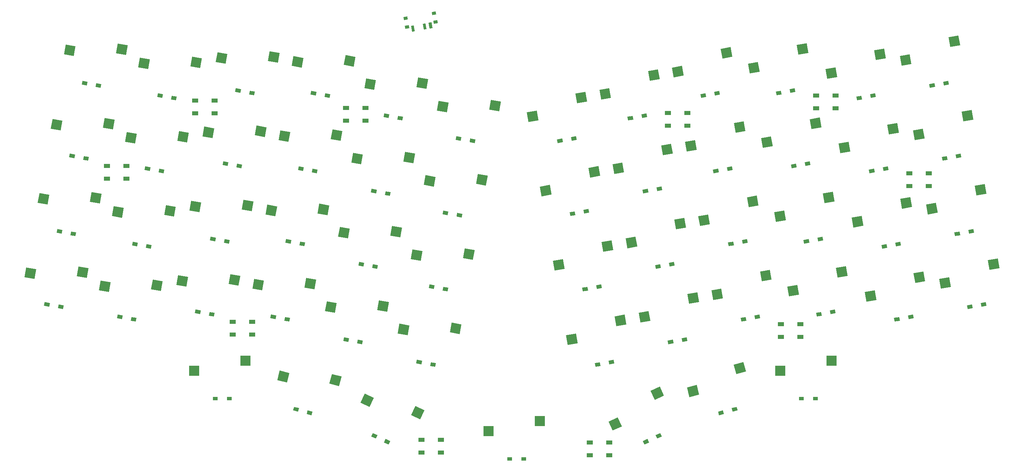
<source format=gbp>
%TF.GenerationSoftware,KiCad,Pcbnew,(5.1.12)-1*%
%TF.CreationDate,2022-03-16T07:25:32-05:00*%
%TF.ProjectId,keyboard_CarrasTech,6b657962-6f61-4726-945f-436172726173,rev?*%
%TF.SameCoordinates,Original*%
%TF.FileFunction,Paste,Bot*%
%TF.FilePolarity,Positive*%
%FSLAX46Y46*%
G04 Gerber Fmt 4.6, Leading zero omitted, Abs format (unit mm)*
G04 Created by KiCad (PCBNEW (5.1.12)-1) date 2022-03-16 07:25:32*
%MOMM*%
%LPD*%
G01*
G04 APERTURE LIST*
%ADD10C,0.100000*%
%ADD11R,2.550000X2.500000*%
%ADD12R,1.500000X1.000000*%
%ADD13R,1.300000X0.950000*%
G04 APERTURE END LIST*
D10*
G36*
X121149452Y-31092713D02*
G01*
X121010534Y-30304867D01*
X121995342Y-30131219D01*
X122134260Y-30919065D01*
X121149452Y-31092713D01*
G37*
G36*
X128338549Y-29825081D02*
G01*
X128199631Y-29037235D01*
X129184439Y-28863587D01*
X129323357Y-29651433D01*
X128338549Y-29825081D01*
G37*
G36*
X127954786Y-27648656D02*
G01*
X127815868Y-26860810D01*
X128800676Y-26687162D01*
X128939594Y-27475008D01*
X127954786Y-27648656D01*
G37*
G36*
X120765690Y-28916288D02*
G01*
X120626772Y-28128442D01*
X121611580Y-27954794D01*
X121750498Y-28742640D01*
X120765690Y-28916288D01*
G37*
G36*
X127281187Y-31026950D02*
G01*
X127020715Y-29549738D01*
X127710081Y-29428184D01*
X127970553Y-30905396D01*
X127281187Y-31026950D01*
G37*
G36*
X125803976Y-31287422D02*
G01*
X125543504Y-29810210D01*
X126232870Y-29688656D01*
X126493342Y-31165868D01*
X125803976Y-31287422D01*
G37*
G36*
X122849552Y-31808366D02*
G01*
X122589080Y-30331154D01*
X123278446Y-30209600D01*
X123538918Y-31686812D01*
X122849552Y-31808366D01*
G37*
G36*
X28299017Y-75044568D02*
G01*
X28733137Y-72582549D01*
X31244397Y-73025352D01*
X30810277Y-75487371D01*
X28299017Y-75044568D01*
G37*
G36*
X41470694Y-74787906D02*
G01*
X41904814Y-72325887D01*
X44416074Y-72768690D01*
X43981954Y-75230709D01*
X41470694Y-74787906D01*
G37*
G36*
X53675600Y-40831390D02*
G01*
X54109720Y-38369371D01*
X56620980Y-38812174D01*
X56186860Y-41274193D01*
X53675600Y-40831390D01*
G37*
G36*
X66847277Y-40574728D02*
G01*
X67281397Y-38112709D01*
X69792657Y-38555512D01*
X69358537Y-41017531D01*
X66847277Y-40574728D01*
G37*
D11*
X142140000Y-132715000D03*
X155067000Y-130175000D03*
D12*
X187415000Y-55575000D03*
X187415000Y-52375000D03*
X192315000Y-55575000D03*
X192315000Y-52375000D03*
X224880000Y-51130000D03*
X224880000Y-47930000D03*
X229780000Y-51130000D03*
X229780000Y-47930000D03*
X215990000Y-108915000D03*
X215990000Y-105715000D03*
X220890000Y-108915000D03*
X220890000Y-105715000D03*
X77560000Y-108280000D03*
X77560000Y-105080000D03*
X82460000Y-108280000D03*
X82460000Y-105080000D03*
X68035000Y-52400000D03*
X68035000Y-49200000D03*
X72935000Y-52400000D03*
X72935000Y-49200000D03*
X248375000Y-70815000D03*
X248375000Y-67615000D03*
X253275000Y-70815000D03*
X253275000Y-67615000D03*
X167730000Y-138760000D03*
X167730000Y-135560000D03*
X172630000Y-138760000D03*
X172630000Y-135560000D03*
X125185000Y-138125000D03*
X125185000Y-134925000D03*
X130085000Y-138125000D03*
X130085000Y-134925000D03*
X45810000Y-68910000D03*
X45810000Y-65710000D03*
X50710000Y-68910000D03*
X50710000Y-65710000D03*
X106135000Y-54305000D03*
X106135000Y-51105000D03*
X111035000Y-54305000D03*
X111035000Y-51105000D03*
D10*
G36*
X162142642Y-110909624D02*
G01*
X161708522Y-108447605D01*
X164219782Y-108004802D01*
X164653902Y-110466821D01*
X162142642Y-110909624D01*
G37*
G36*
X174432185Y-106163462D02*
G01*
X173998065Y-103701443D01*
X176509325Y-103258640D01*
X176943445Y-105720659D01*
X174432185Y-106163462D01*
G37*
G36*
X180490815Y-105262708D02*
G01*
X180056695Y-102800689D01*
X182567955Y-102357886D01*
X183002075Y-104819905D01*
X180490815Y-105262708D01*
G37*
G36*
X192780358Y-100516546D02*
G01*
X192346238Y-98054527D01*
X194857498Y-97611724D01*
X195291618Y-100073743D01*
X192780358Y-100516546D01*
G37*
G36*
X198838989Y-99615792D02*
G01*
X198404869Y-97153773D01*
X200916129Y-96710970D01*
X201350249Y-99172989D01*
X198838989Y-99615792D01*
G37*
G36*
X211128532Y-94869630D02*
G01*
X210694412Y-92407611D01*
X213205672Y-91964808D01*
X213639792Y-94426827D01*
X211128532Y-94869630D01*
G37*
G36*
X218011991Y-98646713D02*
G01*
X217577871Y-96184694D01*
X220089131Y-95741891D01*
X220523251Y-98203910D01*
X218011991Y-98646713D01*
G37*
G36*
X230301534Y-93900551D02*
G01*
X229867414Y-91438532D01*
X232378674Y-90995729D01*
X232812794Y-93457748D01*
X230301534Y-93900551D01*
G37*
G36*
X237597407Y-100016552D02*
G01*
X237163287Y-97554533D01*
X239674547Y-97111730D01*
X240108667Y-99573749D01*
X237597407Y-100016552D01*
G37*
G36*
X249886950Y-95270390D02*
G01*
X249452830Y-92808371D01*
X251964090Y-92365568D01*
X252398210Y-94827587D01*
X249886950Y-95270390D01*
G37*
G36*
X256357995Y-96708554D02*
G01*
X255923875Y-94246535D01*
X258435135Y-93803732D01*
X258869255Y-96265751D01*
X256357995Y-96708554D01*
G37*
G36*
X268647538Y-91962392D02*
G01*
X268213418Y-89500373D01*
X270724678Y-89057570D01*
X271158798Y-91519589D01*
X268647538Y-91962392D01*
G37*
G36*
X173488089Y-132538952D02*
G01*
X172431544Y-130273183D01*
X174742629Y-129195506D01*
X175799174Y-131461275D01*
X173488089Y-132538952D01*
G37*
G36*
X184130479Y-124773744D02*
G01*
X183073934Y-122507975D01*
X185385019Y-121430298D01*
X186441564Y-123696067D01*
X184130479Y-124773744D01*
G37*
G36*
X158834644Y-92149037D02*
G01*
X158400524Y-89687018D01*
X160911784Y-89244215D01*
X161345904Y-91706234D01*
X158834644Y-92149037D01*
G37*
G36*
X171124187Y-87402875D02*
G01*
X170690067Y-84940856D01*
X173201327Y-84498053D01*
X173635447Y-86960072D01*
X171124187Y-87402875D01*
G37*
G36*
X177182818Y-86502120D02*
G01*
X176748698Y-84040101D01*
X179259958Y-83597298D01*
X179694078Y-86059317D01*
X177182818Y-86502120D01*
G37*
G36*
X189472361Y-81755958D02*
G01*
X189038241Y-79293939D01*
X191549501Y-78851136D01*
X191983621Y-81313155D01*
X189472361Y-81755958D01*
G37*
G36*
X195530991Y-80855204D02*
G01*
X195096871Y-78393185D01*
X197608131Y-77950382D01*
X198042251Y-80412401D01*
X195530991Y-80855204D01*
G37*
G36*
X207820534Y-76109042D02*
G01*
X207386414Y-73647023D01*
X209897674Y-73204220D01*
X210331794Y-75666239D01*
X207820534Y-76109042D01*
G37*
G36*
X214703993Y-79886125D02*
G01*
X214269873Y-77424106D01*
X216781133Y-76981303D01*
X217215253Y-79443322D01*
X214703993Y-79886125D01*
G37*
G36*
X226993536Y-75139963D02*
G01*
X226559416Y-72677944D01*
X229070676Y-72235141D01*
X229504796Y-74697160D01*
X226993536Y-75139963D01*
G37*
G36*
X234289409Y-81255964D02*
G01*
X233855289Y-78793945D01*
X236366549Y-78351142D01*
X236800669Y-80813161D01*
X234289409Y-81255964D01*
G37*
G36*
X246578952Y-76509802D02*
G01*
X246144832Y-74047783D01*
X248656092Y-73604980D01*
X249090212Y-76066999D01*
X246578952Y-76509802D01*
G37*
G36*
X253049997Y-77947966D02*
G01*
X252615877Y-75485947D01*
X255127137Y-75043144D01*
X255561257Y-77505163D01*
X253049997Y-77947966D01*
G37*
G36*
X265339540Y-73201804D02*
G01*
X264905420Y-70739785D01*
X267416680Y-70296982D01*
X267850800Y-72759001D01*
X265339540Y-73201804D01*
G37*
G36*
X192885983Y-124107683D02*
G01*
X192238936Y-121692868D01*
X194702047Y-121032879D01*
X195349094Y-123447694D01*
X192885983Y-124107683D01*
G37*
G36*
X204715106Y-118308478D02*
G01*
X204068059Y-115893663D01*
X206531170Y-115233674D01*
X207178217Y-117648489D01*
X204715106Y-118308478D01*
G37*
G36*
X155526646Y-73388449D02*
G01*
X155092526Y-70926430D01*
X157603786Y-70483627D01*
X158037906Y-72945646D01*
X155526646Y-73388449D01*
G37*
G36*
X167816189Y-68642287D02*
G01*
X167382069Y-66180268D01*
X169893329Y-65737465D01*
X170327449Y-68199484D01*
X167816189Y-68642287D01*
G37*
G36*
X173874820Y-67741533D02*
G01*
X173440700Y-65279514D01*
X175951960Y-64836711D01*
X176386080Y-67298730D01*
X173874820Y-67741533D01*
G37*
G36*
X186164363Y-62995371D02*
G01*
X185730243Y-60533352D01*
X188241503Y-60090549D01*
X188675623Y-62552568D01*
X186164363Y-62995371D01*
G37*
G36*
X192222993Y-62094617D02*
G01*
X191788873Y-59632598D01*
X194300133Y-59189795D01*
X194734253Y-61651814D01*
X192222993Y-62094617D01*
G37*
G36*
X204512536Y-57348455D02*
G01*
X204078416Y-54886436D01*
X206589676Y-54443633D01*
X207023796Y-56905652D01*
X204512536Y-57348455D01*
G37*
G36*
X211395995Y-61125537D02*
G01*
X210961875Y-58663518D01*
X213473135Y-58220715D01*
X213907255Y-60682734D01*
X211395995Y-61125537D01*
G37*
G36*
X223685538Y-56379375D02*
G01*
X223251418Y-53917356D01*
X225762678Y-53474553D01*
X226196798Y-55936572D01*
X223685538Y-56379375D01*
G37*
G36*
X230981412Y-62495376D02*
G01*
X230547292Y-60033357D01*
X233058552Y-59590554D01*
X233492672Y-62052573D01*
X230981412Y-62495376D01*
G37*
G36*
X243270955Y-57749214D02*
G01*
X242836835Y-55287195D01*
X245348095Y-54844392D01*
X245782215Y-57306411D01*
X243270955Y-57749214D01*
G37*
G36*
X249741999Y-59187378D02*
G01*
X249307879Y-56725359D01*
X251819139Y-56282556D01*
X252253259Y-58744575D01*
X249741999Y-59187378D01*
G37*
G36*
X262031542Y-54441216D02*
G01*
X261597422Y-51979197D01*
X264108682Y-51536394D01*
X264542802Y-53998413D01*
X262031542Y-54441216D01*
G37*
D11*
X215800000Y-117475000D03*
X228727000Y-114935000D03*
D10*
G36*
X152218649Y-54627861D02*
G01*
X151784529Y-52165842D01*
X154295789Y-51723039D01*
X154729909Y-54185058D01*
X152218649Y-54627861D01*
G37*
G36*
X164508192Y-49881699D02*
G01*
X164074072Y-47419680D01*
X166585332Y-46976877D01*
X167019452Y-49438896D01*
X164508192Y-49881699D01*
G37*
G36*
X170566822Y-48980945D02*
G01*
X170132702Y-46518926D01*
X172643962Y-46076123D01*
X173078082Y-48538142D01*
X170566822Y-48980945D01*
G37*
G36*
X182856365Y-44234783D02*
G01*
X182422245Y-41772764D01*
X184933505Y-41329961D01*
X185367625Y-43791980D01*
X182856365Y-44234783D01*
G37*
G36*
X188914995Y-43334029D02*
G01*
X188480875Y-40872010D01*
X190992135Y-40429207D01*
X191426255Y-42891226D01*
X188914995Y-43334029D01*
G37*
G36*
X201204538Y-38587867D02*
G01*
X200770418Y-36125848D01*
X203281678Y-35683045D01*
X203715798Y-38145064D01*
X201204538Y-38587867D01*
G37*
G36*
X208087997Y-42364949D02*
G01*
X207653877Y-39902930D01*
X210165137Y-39460127D01*
X210599257Y-41922146D01*
X208087997Y-42364949D01*
G37*
G36*
X220377540Y-37618787D02*
G01*
X219943420Y-35156768D01*
X222454680Y-34713965D01*
X222888800Y-37175984D01*
X220377540Y-37618787D01*
G37*
G36*
X227673414Y-43734788D02*
G01*
X227239294Y-41272769D01*
X229750554Y-40829966D01*
X230184674Y-43291985D01*
X227673414Y-43734788D01*
G37*
G36*
X239962957Y-38988626D02*
G01*
X239528837Y-36526607D01*
X242040097Y-36083804D01*
X242474217Y-38545823D01*
X239962957Y-38988626D01*
G37*
G36*
X246434002Y-40426791D02*
G01*
X245999882Y-37964772D01*
X248511142Y-37521969D01*
X248945262Y-39983988D01*
X246434002Y-40426791D01*
G37*
G36*
X258723545Y-35680629D02*
G01*
X258289425Y-33218610D01*
X260800685Y-32775807D01*
X261234805Y-35237826D01*
X258723545Y-35680629D01*
G37*
G36*
X119206372Y-108006226D02*
G01*
X119640492Y-105544207D01*
X122151752Y-105987010D01*
X121717632Y-108449029D01*
X119206372Y-108006226D01*
G37*
G36*
X132378049Y-107749564D02*
G01*
X132812169Y-105287545D01*
X135323429Y-105730348D01*
X134889309Y-108192367D01*
X132378049Y-107749564D01*
G37*
G36*
X100858199Y-102359310D02*
G01*
X101292319Y-99897291D01*
X103803579Y-100340094D01*
X103369459Y-102802113D01*
X100858199Y-102359310D01*
G37*
G36*
X114029876Y-102102648D02*
G01*
X114463996Y-99640629D01*
X116975256Y-100083432D01*
X116541136Y-102545451D01*
X114029876Y-102102648D01*
G37*
G36*
X82510025Y-96712394D02*
G01*
X82944145Y-94250375D01*
X85455405Y-94693178D01*
X85021285Y-97155197D01*
X82510025Y-96712394D01*
G37*
G36*
X95681702Y-96455732D02*
G01*
X96115822Y-93993713D01*
X98627082Y-94436516D01*
X98192962Y-96898535D01*
X95681702Y-96455732D01*
G37*
G36*
X63337023Y-95743315D02*
G01*
X63771143Y-93281296D01*
X66282403Y-93724099D01*
X65848283Y-96186118D01*
X63337023Y-95743315D01*
G37*
G36*
X76508700Y-95486653D02*
G01*
X76942820Y-93024634D01*
X79454080Y-93467437D01*
X79019960Y-95929456D01*
X76508700Y-95486653D01*
G37*
G36*
X43751607Y-97113154D02*
G01*
X44185727Y-94651135D01*
X46696987Y-95093938D01*
X46262867Y-97555957D01*
X43751607Y-97113154D01*
G37*
G36*
X56923284Y-96856492D02*
G01*
X57357404Y-94394473D01*
X59868664Y-94837276D01*
X59434544Y-97299295D01*
X56923284Y-96856492D01*
G37*
G36*
X24991019Y-93805156D02*
G01*
X25425139Y-91343137D01*
X27936399Y-91785940D01*
X27502279Y-94247959D01*
X24991019Y-93805156D01*
G37*
G36*
X38162696Y-93548494D02*
G01*
X38596816Y-91086475D01*
X41108076Y-91529278D01*
X40673956Y-93991297D01*
X38162696Y-93548494D01*
G37*
G36*
X109808445Y-125472774D02*
G01*
X110864990Y-123207005D01*
X113176075Y-124284682D01*
X112119530Y-126550451D01*
X109808445Y-125472774D01*
G37*
G36*
X122597736Y-128633938D02*
G01*
X123654281Y-126368169D01*
X125965366Y-127445846D01*
X124908821Y-129711615D01*
X122597736Y-128633938D01*
G37*
G36*
X122514370Y-89245639D02*
G01*
X122948490Y-86783620D01*
X125459750Y-87226423D01*
X125025630Y-89688442D01*
X122514370Y-89245639D01*
G37*
G36*
X135686047Y-88988977D02*
G01*
X136120167Y-86526958D01*
X138631427Y-86969761D01*
X138197307Y-89431780D01*
X135686047Y-88988977D01*
G37*
G36*
X104166196Y-83598722D02*
G01*
X104600316Y-81136703D01*
X107111576Y-81579506D01*
X106677456Y-84041525D01*
X104166196Y-83598722D01*
G37*
G36*
X117337873Y-83342060D02*
G01*
X117771993Y-80880041D01*
X120283253Y-81322844D01*
X119849133Y-83784863D01*
X117337873Y-83342060D01*
G37*
G36*
X85818023Y-77951806D02*
G01*
X86252143Y-75489787D01*
X88763403Y-75932590D01*
X88329283Y-78394609D01*
X85818023Y-77951806D01*
G37*
G36*
X98989700Y-77695144D02*
G01*
X99423820Y-75233125D01*
X101935080Y-75675928D01*
X101500960Y-78137947D01*
X98989700Y-77695144D01*
G37*
G36*
X66645021Y-76982727D02*
G01*
X67079141Y-74520708D01*
X69590401Y-74963511D01*
X69156281Y-77425530D01*
X66645021Y-76982727D01*
G37*
G36*
X79816698Y-76726065D02*
G01*
X80250818Y-74264046D01*
X82762078Y-74706849D01*
X82327958Y-77168868D01*
X79816698Y-76726065D01*
G37*
G36*
X47059605Y-78352566D02*
G01*
X47493725Y-75890547D01*
X50004985Y-76333350D01*
X49570865Y-78795369D01*
X47059605Y-78352566D01*
G37*
G36*
X60231282Y-78095904D02*
G01*
X60665402Y-75633885D01*
X63176662Y-76076688D01*
X62742542Y-78538707D01*
X60231282Y-78095904D01*
G37*
G36*
X88778737Y-119780228D02*
G01*
X89425784Y-117365413D01*
X91888895Y-118025402D01*
X91241848Y-120440217D01*
X88778737Y-119780228D01*
G37*
G36*
X101922660Y-120672531D02*
G01*
X102569707Y-118257716D01*
X105032818Y-118917705D01*
X104385771Y-121332520D01*
X101922660Y-120672531D01*
G37*
G36*
X125822368Y-70485051D02*
G01*
X126256488Y-68023032D01*
X128767748Y-68465835D01*
X128333628Y-70927854D01*
X125822368Y-70485051D01*
G37*
G36*
X138994045Y-70228389D02*
G01*
X139428165Y-67766370D01*
X141939425Y-68209173D01*
X141505305Y-70671192D01*
X138994045Y-70228389D01*
G37*
G36*
X107474194Y-64838135D02*
G01*
X107908314Y-62376116D01*
X110419574Y-62818919D01*
X109985454Y-65280938D01*
X107474194Y-64838135D01*
G37*
G36*
X120645871Y-64581473D02*
G01*
X121079991Y-62119454D01*
X123591251Y-62562257D01*
X123157131Y-65024276D01*
X120645871Y-64581473D01*
G37*
G36*
X89126021Y-59191219D02*
G01*
X89560141Y-56729200D01*
X92071401Y-57172003D01*
X91637281Y-59634022D01*
X89126021Y-59191219D01*
G37*
G36*
X102297698Y-58934557D02*
G01*
X102731818Y-56472538D01*
X105243078Y-56915341D01*
X104808958Y-59377360D01*
X102297698Y-58934557D01*
G37*
G36*
X69953019Y-58222139D02*
G01*
X70387139Y-55760120D01*
X72898399Y-56202923D01*
X72464279Y-58664942D01*
X69953019Y-58222139D01*
G37*
G36*
X83124696Y-57965477D02*
G01*
X83558816Y-55503458D01*
X86070076Y-55946261D01*
X85635956Y-58408280D01*
X83124696Y-57965477D01*
G37*
G36*
X50367602Y-59591978D02*
G01*
X50801722Y-57129959D01*
X53312982Y-57572762D01*
X52878862Y-60034781D01*
X50367602Y-59591978D01*
G37*
G36*
X63539279Y-59335316D02*
G01*
X63973399Y-56873297D01*
X66484659Y-57316100D01*
X66050539Y-59778119D01*
X63539279Y-59335316D01*
G37*
G36*
X31607015Y-56283980D02*
G01*
X32041135Y-53821961D01*
X34552395Y-54264764D01*
X34118275Y-56726783D01*
X31607015Y-56283980D01*
G37*
G36*
X44778692Y-56027318D02*
G01*
X45212812Y-53565299D01*
X47724072Y-54008102D01*
X47289952Y-56470121D01*
X44778692Y-56027318D01*
G37*
D11*
X67845000Y-117475000D03*
X80772000Y-114935000D03*
D10*
G36*
X129130365Y-51724463D02*
G01*
X129564485Y-49262444D01*
X132075745Y-49705247D01*
X131641625Y-52167266D01*
X129130365Y-51724463D01*
G37*
G36*
X142302042Y-51467801D02*
G01*
X142736162Y-49005782D01*
X145247422Y-49448585D01*
X144813302Y-51910604D01*
X142302042Y-51467801D01*
G37*
G36*
X110782192Y-46077547D02*
G01*
X111216312Y-43615528D01*
X113727572Y-44058331D01*
X113293452Y-46520350D01*
X110782192Y-46077547D01*
G37*
G36*
X123953869Y-45820885D02*
G01*
X124387989Y-43358866D01*
X126899249Y-43801669D01*
X126465129Y-46263688D01*
X123953869Y-45820885D01*
G37*
G36*
X92434019Y-40430631D02*
G01*
X92868139Y-37968612D01*
X95379399Y-38411415D01*
X94945279Y-40873434D01*
X92434019Y-40430631D01*
G37*
G36*
X105605696Y-40173969D02*
G01*
X106039816Y-37711950D01*
X108551076Y-38154753D01*
X108116956Y-40616772D01*
X105605696Y-40173969D01*
G37*
G36*
X73261017Y-39461551D02*
G01*
X73695137Y-36999532D01*
X76206397Y-37442335D01*
X75772277Y-39904354D01*
X73261017Y-39461551D01*
G37*
G36*
X86432694Y-39204889D02*
G01*
X86866814Y-36742870D01*
X89378074Y-37185673D01*
X88943954Y-39647692D01*
X86432694Y-39204889D01*
G37*
G36*
X34915012Y-37523393D02*
G01*
X35349132Y-35061374D01*
X37860392Y-35504177D01*
X37426272Y-37966196D01*
X34915012Y-37523393D01*
G37*
G36*
X48086689Y-37266731D02*
G01*
X48520809Y-34804712D01*
X51032069Y-35247515D01*
X50597949Y-37709534D01*
X48086689Y-37266731D01*
G37*
G36*
X169144324Y-116458881D02*
G01*
X168979358Y-115523314D01*
X170259608Y-115297571D01*
X170424574Y-116233138D01*
X169144324Y-116458881D01*
G37*
G36*
X172640392Y-115842429D02*
G01*
X172475426Y-114906862D01*
X173755676Y-114681119D01*
X173920642Y-115616686D01*
X172640392Y-115842429D01*
G37*
G36*
X187559324Y-110743881D02*
G01*
X187394358Y-109808314D01*
X188674608Y-109582571D01*
X188839574Y-110518138D01*
X187559324Y-110743881D01*
G37*
G36*
X191055392Y-110127429D02*
G01*
X190890426Y-109191862D01*
X192170676Y-108966119D01*
X192335642Y-109901686D01*
X191055392Y-110127429D01*
G37*
G36*
X205974324Y-105028881D02*
G01*
X205809358Y-104093314D01*
X207089608Y-103867571D01*
X207254574Y-104803138D01*
X205974324Y-105028881D01*
G37*
G36*
X209470392Y-104412429D02*
G01*
X209305426Y-103476862D01*
X210585676Y-103251119D01*
X210750642Y-104186686D01*
X209470392Y-104412429D01*
G37*
G36*
X225024324Y-103758881D02*
G01*
X224859358Y-102823314D01*
X226139608Y-102597571D01*
X226304574Y-103533138D01*
X225024324Y-103758881D01*
G37*
G36*
X228520392Y-103142429D02*
G01*
X228355426Y-102206862D01*
X229635676Y-101981119D01*
X229800642Y-102916686D01*
X228520392Y-103142429D01*
G37*
G36*
X244709324Y-105028881D02*
G01*
X244544358Y-104093314D01*
X245824608Y-103867571D01*
X245989574Y-104803138D01*
X244709324Y-105028881D01*
G37*
G36*
X248205392Y-104412429D02*
G01*
X248040426Y-103476862D01*
X249320676Y-103251119D01*
X249485642Y-104186686D01*
X248205392Y-104412429D01*
G37*
G36*
X263124324Y-101853881D02*
G01*
X262959358Y-100918314D01*
X264239608Y-100692571D01*
X264404574Y-101628138D01*
X263124324Y-101853881D01*
G37*
G36*
X266620392Y-101237429D02*
G01*
X266455426Y-100301862D01*
X267735676Y-100076119D01*
X267900642Y-101011686D01*
X266620392Y-101237429D01*
G37*
G36*
X181517948Y-136075345D02*
G01*
X181116460Y-135214353D01*
X182294660Y-134664949D01*
X182696148Y-135525941D01*
X181517948Y-136075345D01*
G37*
G36*
X184735340Y-134575051D02*
G01*
X184333852Y-133714059D01*
X185512052Y-133164655D01*
X185913540Y-134025647D01*
X184735340Y-134575051D01*
G37*
G36*
X165969324Y-97408881D02*
G01*
X165804358Y-96473314D01*
X167084608Y-96247571D01*
X167249574Y-97183138D01*
X165969324Y-97408881D01*
G37*
G36*
X169465392Y-96792429D02*
G01*
X169300426Y-95856862D01*
X170580676Y-95631119D01*
X170745642Y-96566686D01*
X169465392Y-96792429D01*
G37*
G36*
X184384324Y-91693881D02*
G01*
X184219358Y-90758314D01*
X185499608Y-90532571D01*
X185664574Y-91468138D01*
X184384324Y-91693881D01*
G37*
G36*
X187880392Y-91077429D02*
G01*
X187715426Y-90141862D01*
X188995676Y-89916119D01*
X189160642Y-90851686D01*
X187880392Y-91077429D01*
G37*
G36*
X202799324Y-85978881D02*
G01*
X202634358Y-85043314D01*
X203914608Y-84817571D01*
X204079574Y-85753138D01*
X202799324Y-85978881D01*
G37*
G36*
X206295392Y-85362429D02*
G01*
X206130426Y-84426862D01*
X207410676Y-84201119D01*
X207575642Y-85136686D01*
X206295392Y-85362429D01*
G37*
G36*
X221849324Y-85343881D02*
G01*
X221684358Y-84408314D01*
X222964608Y-84182571D01*
X223129574Y-85118138D01*
X221849324Y-85343881D01*
G37*
G36*
X225345392Y-84727429D02*
G01*
X225180426Y-83791862D01*
X226460676Y-83566119D01*
X226625642Y-84501686D01*
X225345392Y-84727429D01*
G37*
G36*
X241534324Y-86613881D02*
G01*
X241369358Y-85678314D01*
X242649608Y-85452571D01*
X242814574Y-86388138D01*
X241534324Y-86613881D01*
G37*
G36*
X245030392Y-85997429D02*
G01*
X244865426Y-85061862D01*
X246145676Y-84836119D01*
X246310642Y-85771686D01*
X245030392Y-85997429D01*
G37*
G36*
X259949324Y-83438881D02*
G01*
X259784358Y-82503314D01*
X261064608Y-82277571D01*
X261229574Y-83213138D01*
X259949324Y-83438881D01*
G37*
G36*
X263445392Y-82822429D02*
G01*
X263280426Y-81886862D01*
X264560676Y-81661119D01*
X264725642Y-82596686D01*
X263445392Y-82822429D01*
G37*
G36*
X200345569Y-128721451D02*
G01*
X200099691Y-127803822D01*
X201355395Y-127467357D01*
X201601273Y-128384986D01*
X200345569Y-128721451D01*
G37*
G36*
X203774605Y-127802643D02*
G01*
X203528727Y-126885014D01*
X204784431Y-126548549D01*
X205030309Y-127466178D01*
X203774605Y-127802643D01*
G37*
G36*
X162794324Y-78358881D02*
G01*
X162629358Y-77423314D01*
X163909608Y-77197571D01*
X164074574Y-78133138D01*
X162794324Y-78358881D01*
G37*
G36*
X166290392Y-77742429D02*
G01*
X166125426Y-76806862D01*
X167405676Y-76581119D01*
X167570642Y-77516686D01*
X166290392Y-77742429D01*
G37*
G36*
X181209324Y-72643881D02*
G01*
X181044358Y-71708314D01*
X182324608Y-71482571D01*
X182489574Y-72418138D01*
X181209324Y-72643881D01*
G37*
G36*
X184705392Y-72027429D02*
G01*
X184540426Y-71091862D01*
X185820676Y-70866119D01*
X185985642Y-71801686D01*
X184705392Y-72027429D01*
G37*
G36*
X198989324Y-67563881D02*
G01*
X198824358Y-66628314D01*
X200104608Y-66402571D01*
X200269574Y-67338138D01*
X198989324Y-67563881D01*
G37*
G36*
X202485392Y-66947429D02*
G01*
X202320426Y-66011862D01*
X203600676Y-65786119D01*
X203765642Y-66721686D01*
X202485392Y-66947429D01*
G37*
G36*
X218674324Y-66293881D02*
G01*
X218509358Y-65358314D01*
X219789608Y-65132571D01*
X219954574Y-66068138D01*
X218674324Y-66293881D01*
G37*
G36*
X222170392Y-65677429D02*
G01*
X222005426Y-64741862D01*
X223285676Y-64516119D01*
X223450642Y-65451686D01*
X222170392Y-65677429D01*
G37*
G36*
X238359324Y-67563881D02*
G01*
X238194358Y-66628314D01*
X239474608Y-66402571D01*
X239639574Y-67338138D01*
X238359324Y-67563881D01*
G37*
G36*
X241855392Y-66947429D02*
G01*
X241690426Y-66011862D01*
X242970676Y-65786119D01*
X243135642Y-66721686D01*
X241855392Y-66947429D01*
G37*
G36*
X256774324Y-64388881D02*
G01*
X256609358Y-63453314D01*
X257889608Y-63227571D01*
X258054574Y-64163138D01*
X256774324Y-64388881D01*
G37*
G36*
X260270392Y-63772429D02*
G01*
X260105426Y-62836862D01*
X261385676Y-62611119D01*
X261550642Y-63546686D01*
X260270392Y-63772429D01*
G37*
D13*
X221110000Y-124460000D03*
X224660000Y-124460000D03*
D10*
G36*
X159619324Y-59943881D02*
G01*
X159454358Y-59008314D01*
X160734608Y-58782571D01*
X160899574Y-59718138D01*
X159619324Y-59943881D01*
G37*
G36*
X163115392Y-59327429D02*
G01*
X162950426Y-58391862D01*
X164230676Y-58166119D01*
X164395642Y-59101686D01*
X163115392Y-59327429D01*
G37*
G36*
X177399324Y-54228881D02*
G01*
X177234358Y-53293314D01*
X178514608Y-53067571D01*
X178679574Y-54003138D01*
X177399324Y-54228881D01*
G37*
G36*
X180895392Y-53612429D02*
G01*
X180730426Y-52676862D01*
X182010676Y-52451119D01*
X182175642Y-53386686D01*
X180895392Y-53612429D01*
G37*
G36*
X195814324Y-48513881D02*
G01*
X195649358Y-47578314D01*
X196929608Y-47352571D01*
X197094574Y-48288138D01*
X195814324Y-48513881D01*
G37*
G36*
X199310392Y-47897429D02*
G01*
X199145426Y-46961862D01*
X200425676Y-46736119D01*
X200590642Y-47671686D01*
X199310392Y-47897429D01*
G37*
G36*
X214864324Y-47878881D02*
G01*
X214699358Y-46943314D01*
X215979608Y-46717571D01*
X216144574Y-47653138D01*
X214864324Y-47878881D01*
G37*
G36*
X218360392Y-47262429D02*
G01*
X218195426Y-46326862D01*
X219475676Y-46101119D01*
X219640642Y-47036686D01*
X218360392Y-47262429D01*
G37*
G36*
X235184324Y-49148881D02*
G01*
X235019358Y-48213314D01*
X236299608Y-47987571D01*
X236464574Y-48923138D01*
X235184324Y-49148881D01*
G37*
G36*
X238680392Y-48532429D02*
G01*
X238515426Y-47596862D01*
X239795676Y-47371119D01*
X239960642Y-48306686D01*
X238680392Y-48532429D01*
G37*
G36*
X253599324Y-45973881D02*
G01*
X253434358Y-45038314D01*
X254714608Y-44812571D01*
X254879574Y-45748138D01*
X253599324Y-45973881D01*
G37*
G36*
X257095392Y-45357429D02*
G01*
X256930426Y-44421862D01*
X258210676Y-44196119D01*
X258375642Y-45131686D01*
X257095392Y-45357429D01*
G37*
D13*
X147450000Y-139700000D03*
X151000000Y-139700000D03*
D10*
G36*
X123894358Y-115616686D02*
G01*
X124059324Y-114681119D01*
X125339574Y-114906862D01*
X125174608Y-115842429D01*
X123894358Y-115616686D01*
G37*
G36*
X127390426Y-116233138D02*
G01*
X127555392Y-115297571D01*
X128835642Y-115523314D01*
X128670676Y-116458881D01*
X127390426Y-116233138D01*
G37*
G36*
X105479358Y-109901686D02*
G01*
X105644324Y-108966119D01*
X106924574Y-109191862D01*
X106759608Y-110127429D01*
X105479358Y-109901686D01*
G37*
G36*
X108975426Y-110518138D02*
G01*
X109140392Y-109582571D01*
X110420642Y-109808314D01*
X110255676Y-110743881D01*
X108975426Y-110518138D01*
G37*
G36*
X87064358Y-104186686D02*
G01*
X87229324Y-103251119D01*
X88509574Y-103476862D01*
X88344608Y-104412429D01*
X87064358Y-104186686D01*
G37*
G36*
X90560426Y-104803138D02*
G01*
X90725392Y-103867571D01*
X92005642Y-104093314D01*
X91840676Y-105028881D01*
X90560426Y-104803138D01*
G37*
G36*
X68014358Y-102916686D02*
G01*
X68179324Y-101981119D01*
X69459574Y-102206862D01*
X69294608Y-103142429D01*
X68014358Y-102916686D01*
G37*
G36*
X71510426Y-103533138D02*
G01*
X71675392Y-102597571D01*
X72955642Y-102823314D01*
X72790676Y-103758881D01*
X71510426Y-103533138D01*
G37*
G36*
X48329358Y-104186686D02*
G01*
X48494324Y-103251119D01*
X49774574Y-103476862D01*
X49609608Y-104412429D01*
X48329358Y-104186686D01*
G37*
G36*
X51825426Y-104803138D02*
G01*
X51990392Y-103867571D01*
X53270642Y-104093314D01*
X53105676Y-105028881D01*
X51825426Y-104803138D01*
G37*
G36*
X29914358Y-101011686D02*
G01*
X30079324Y-100076119D01*
X31359574Y-100301862D01*
X31194608Y-101237429D01*
X29914358Y-101011686D01*
G37*
G36*
X33410426Y-101628138D02*
G01*
X33575392Y-100692571D01*
X34855642Y-100918314D01*
X34690676Y-101853881D01*
X33410426Y-101628138D01*
G37*
G36*
X112536460Y-134025647D02*
G01*
X112937948Y-133164655D01*
X114116148Y-133714059D01*
X113714660Y-134575051D01*
X112536460Y-134025647D01*
G37*
G36*
X115753852Y-135525941D02*
G01*
X116155340Y-134664949D01*
X117333540Y-135214353D01*
X116932052Y-136075345D01*
X115753852Y-135525941D01*
G37*
G36*
X127069358Y-96566686D02*
G01*
X127234324Y-95631119D01*
X128514574Y-95856862D01*
X128349608Y-96792429D01*
X127069358Y-96566686D01*
G37*
G36*
X130565426Y-97183138D02*
G01*
X130730392Y-96247571D01*
X132010642Y-96473314D01*
X131845676Y-97408881D01*
X130565426Y-97183138D01*
G37*
G36*
X109289358Y-90851686D02*
G01*
X109454324Y-89916119D01*
X110734574Y-90141862D01*
X110569608Y-91077429D01*
X109289358Y-90851686D01*
G37*
G36*
X112785426Y-91468138D02*
G01*
X112950392Y-90532571D01*
X114230642Y-90758314D01*
X114065676Y-91693881D01*
X112785426Y-91468138D01*
G37*
G36*
X90874358Y-85136686D02*
G01*
X91039324Y-84201119D01*
X92319574Y-84426862D01*
X92154608Y-85362429D01*
X90874358Y-85136686D01*
G37*
G36*
X94370426Y-85753138D02*
G01*
X94535392Y-84817571D01*
X95815642Y-85043314D01*
X95650676Y-85978881D01*
X94370426Y-85753138D01*
G37*
G36*
X71824358Y-84501686D02*
G01*
X71989324Y-83566119D01*
X73269574Y-83791862D01*
X73104608Y-84727429D01*
X71824358Y-84501686D01*
G37*
G36*
X75320426Y-85118138D02*
G01*
X75485392Y-84182571D01*
X76765642Y-84408314D01*
X76600676Y-85343881D01*
X75320426Y-85118138D01*
G37*
G36*
X52139358Y-85771686D02*
G01*
X52304324Y-84836119D01*
X53584574Y-85061862D01*
X53419608Y-85997429D01*
X52139358Y-85771686D01*
G37*
G36*
X55635426Y-86388138D02*
G01*
X55800392Y-85452571D01*
X57080642Y-85678314D01*
X56915676Y-86613881D01*
X55635426Y-86388138D01*
G37*
G36*
X36585426Y-83213138D02*
G01*
X36750392Y-82277571D01*
X38030642Y-82503314D01*
X37865676Y-83438881D01*
X36585426Y-83213138D01*
G37*
G36*
X33089358Y-82596686D02*
G01*
X33254324Y-81661119D01*
X34534574Y-81886862D01*
X34369608Y-82822429D01*
X33089358Y-82596686D01*
G37*
G36*
X92784691Y-127466178D02*
G01*
X93030569Y-126548549D01*
X94286273Y-126885014D01*
X94040395Y-127802643D01*
X92784691Y-127466178D01*
G37*
G36*
X96213727Y-128384986D02*
G01*
X96459605Y-127467357D01*
X97715309Y-127803822D01*
X97469431Y-128721451D01*
X96213727Y-128384986D01*
G37*
G36*
X130561858Y-77897686D02*
G01*
X130726824Y-76962119D01*
X132007074Y-77187862D01*
X131842108Y-78123429D01*
X130561858Y-77897686D01*
G37*
G36*
X134057926Y-78514138D02*
G01*
X134222892Y-77578571D01*
X135503142Y-77804314D01*
X135338176Y-78739881D01*
X134057926Y-78514138D01*
G37*
G36*
X112464358Y-72436686D02*
G01*
X112629324Y-71501119D01*
X113909574Y-71726862D01*
X113744608Y-72662429D01*
X112464358Y-72436686D01*
G37*
G36*
X115960426Y-73053138D02*
G01*
X116125392Y-72117571D01*
X117405642Y-72343314D01*
X117240676Y-73278881D01*
X115960426Y-73053138D01*
G37*
G36*
X94049358Y-66721686D02*
G01*
X94214324Y-65786119D01*
X95494574Y-66011862D01*
X95329608Y-66947429D01*
X94049358Y-66721686D01*
G37*
G36*
X97545426Y-67338138D02*
G01*
X97710392Y-66402571D01*
X98990642Y-66628314D01*
X98825676Y-67563881D01*
X97545426Y-67338138D01*
G37*
G36*
X74999358Y-65451686D02*
G01*
X75164324Y-64516119D01*
X76444574Y-64741862D01*
X76279608Y-65677429D01*
X74999358Y-65451686D01*
G37*
G36*
X78495426Y-66068138D02*
G01*
X78660392Y-65132571D01*
X79940642Y-65358314D01*
X79775676Y-66293881D01*
X78495426Y-66068138D01*
G37*
G36*
X55314358Y-66721686D02*
G01*
X55479324Y-65786119D01*
X56759574Y-66011862D01*
X56594608Y-66947429D01*
X55314358Y-66721686D01*
G37*
G36*
X58810426Y-67338138D02*
G01*
X58975392Y-66402571D01*
X60255642Y-66628314D01*
X60090676Y-67563881D01*
X58810426Y-67338138D01*
G37*
G36*
X36264358Y-63546686D02*
G01*
X36429324Y-62611119D01*
X37709574Y-62836862D01*
X37544608Y-63772429D01*
X36264358Y-63546686D01*
G37*
G36*
X39760426Y-64163138D02*
G01*
X39925392Y-63227571D01*
X41205642Y-63453314D01*
X41040676Y-64388881D01*
X39760426Y-64163138D01*
G37*
D13*
X73155000Y-124460000D03*
X76705000Y-124460000D03*
D10*
G36*
X133863858Y-59101686D02*
G01*
X134028824Y-58166119D01*
X135309074Y-58391862D01*
X135144108Y-59327429D01*
X133863858Y-59101686D01*
G37*
G36*
X137359926Y-59718138D02*
G01*
X137524892Y-58782571D01*
X138805142Y-59008314D01*
X138640176Y-59943881D01*
X137359926Y-59718138D01*
G37*
G36*
X115639358Y-53386686D02*
G01*
X115804324Y-52451119D01*
X117084574Y-52676862D01*
X116919608Y-53612429D01*
X115639358Y-53386686D01*
G37*
G36*
X119135426Y-54003138D02*
G01*
X119300392Y-53067571D01*
X120580642Y-53293314D01*
X120415676Y-54228881D01*
X119135426Y-54003138D01*
G37*
G36*
X97224358Y-47671686D02*
G01*
X97389324Y-46736119D01*
X98669574Y-46961862D01*
X98504608Y-47897429D01*
X97224358Y-47671686D01*
G37*
G36*
X100720426Y-48288138D02*
G01*
X100885392Y-47352571D01*
X102165642Y-47578314D01*
X102000676Y-48513881D01*
X100720426Y-48288138D01*
G37*
G36*
X78174358Y-47036686D02*
G01*
X78339324Y-46101119D01*
X79619574Y-46326862D01*
X79454608Y-47262429D01*
X78174358Y-47036686D01*
G37*
G36*
X81670426Y-47653138D02*
G01*
X81835392Y-46717571D01*
X83115642Y-46943314D01*
X82950676Y-47878881D01*
X81670426Y-47653138D01*
G37*
G36*
X58489358Y-48306686D02*
G01*
X58654324Y-47371119D01*
X59934574Y-47596862D01*
X59769608Y-48532429D01*
X58489358Y-48306686D01*
G37*
G36*
X61985426Y-48923138D02*
G01*
X62150392Y-47987571D01*
X63430642Y-48213314D01*
X63265676Y-49148881D01*
X61985426Y-48923138D01*
G37*
G36*
X39439358Y-45131686D02*
G01*
X39604324Y-44196119D01*
X40884574Y-44421862D01*
X40719608Y-45357429D01*
X39439358Y-45131686D01*
G37*
G36*
X42935426Y-45748138D02*
G01*
X43100392Y-44812571D01*
X44380642Y-45038314D01*
X44215676Y-45973881D01*
X42935426Y-45748138D01*
G37*
M02*

</source>
